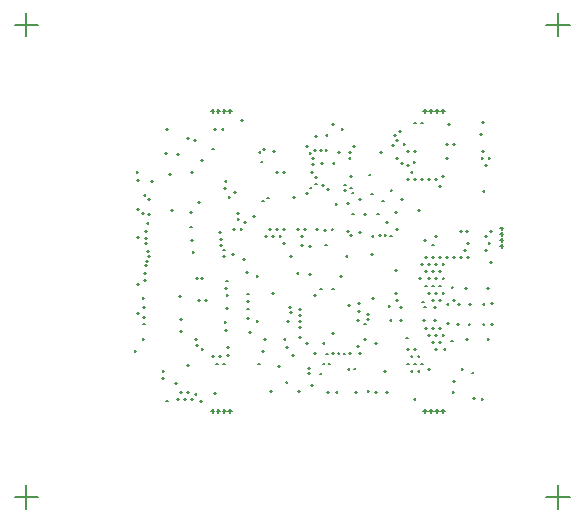
<source format=gbr>
%TF.GenerationSoftware,Altium Limited,Altium Designer,25.2.1 (25)*%
G04 Layer_Color=128*
%FSLAX45Y45*%
%MOMM*%
%TF.SameCoordinates,B7DAEB1B-2A83-4E2F-BFC4-A44EEF3E448A*%
%TF.FilePolarity,Positive*%
%TF.FileFunction,Drillmap*%
%TF.Part,CustomerPanel*%
G01*
G75*
%TA.AperFunction,NonConductor*%
%ADD173C,0.12700*%
D173*
X4900000Y500000D02*
X5100000D01*
X5000000Y400000D02*
Y600000D01*
X4900000Y4500000D02*
X5100000D01*
X5000000Y4400000D02*
Y4600000D01*
X400000Y4500000D02*
X600000D01*
X500000Y4400000D02*
Y4600000D01*
X400000Y500000D02*
X600000D01*
X500000Y400000D02*
Y600000D01*
X2060000Y1230000D02*
X2090000D01*
X2075000Y1215000D02*
Y1245000D01*
X2210000Y1230000D02*
X2240000D01*
X2225000Y1215000D02*
Y1245000D01*
X2160000Y1230000D02*
X2190000D01*
X2175000Y1215000D02*
Y1245000D01*
X2110000Y1230000D02*
X2140000D01*
X2125000Y1215000D02*
Y1245000D01*
X3860000Y1230000D02*
X3890000D01*
X3875000Y1215000D02*
Y1245000D01*
X4010000Y1230000D02*
X4040000D01*
X4025000Y1215000D02*
Y1245000D01*
X3960000Y1230000D02*
X3990000D01*
X3975000Y1215000D02*
Y1245000D01*
X3910000Y1230000D02*
X3940000D01*
X3925000Y1215000D02*
Y1245000D01*
X4507000Y2625000D02*
X4537000D01*
X4522000Y2610000D02*
Y2640000D01*
X4507000Y2775000D02*
X4537000D01*
X4522000Y2760000D02*
Y2790000D01*
X4507000Y2725000D02*
X4537000D01*
X4522000Y2710000D02*
Y2740000D01*
X4507000Y2675000D02*
X4537000D01*
X4522000Y2660000D02*
Y2690000D01*
X4010000Y3770000D02*
X4040000D01*
X4025000Y3755000D02*
Y3785000D01*
X3860000Y3770000D02*
X3890000D01*
X3875000Y3755000D02*
Y3785000D01*
X3910000Y3770000D02*
X3940000D01*
X3925000Y3755000D02*
Y3785000D01*
X3960000Y3770000D02*
X3990000D01*
X3975000Y3755000D02*
Y3785000D01*
X2160000Y3770000D02*
X2190000D01*
X2175000Y3755000D02*
Y3785000D01*
X2110000Y3770000D02*
X2140000D01*
X2125000Y3755000D02*
Y3785000D01*
X2060000Y3770000D02*
X2090000D01*
X2075000Y3755000D02*
Y3785000D01*
X2210000Y3770000D02*
X2240000D01*
X2225000Y3755000D02*
Y3785000D01*
X3252783Y3077149D02*
X3267783D01*
X3260283Y3069649D02*
Y3084649D01*
X3187228Y3097267D02*
X3202227D01*
X3194727Y3089767D02*
Y3104766D01*
X2897130Y3410062D02*
X2912130D01*
X2904630Y3402562D02*
Y3417562D01*
X2932232Y3438383D02*
X2947232D01*
X2939732Y3430883D02*
Y3445883D01*
X2983257Y3437807D02*
X2998256D01*
X2990757Y3430307D02*
Y3445307D01*
X3032273Y3437807D02*
X3047273D01*
X3039773Y3430307D02*
Y3445307D01*
X2915128Y3365968D02*
X2930128D01*
X2922628Y3358469D02*
Y3373468D01*
X2916686Y3320856D02*
X2931686D01*
X2924186Y3313357D02*
Y3328356D01*
X2912499Y3250139D02*
X2927498D01*
X2919998Y3242639D02*
Y3257638D01*
X2940862Y3207988D02*
X2955862D01*
X2948362Y3200488D02*
Y3215488D01*
X3001609Y3144349D02*
X3016609D01*
X3009109Y3136849D02*
Y3151848D01*
X2941875Y3153750D02*
X2956874D01*
X2949375Y3146250D02*
Y3161250D01*
X3116641Y2979080D02*
X3131641D01*
X3124141Y2971580D02*
Y2986580D01*
X3397499Y3229996D02*
X3412498D01*
X3404999Y3222496D02*
Y3237495D01*
X3237499Y3219996D02*
X3252498D01*
X3244999Y3212496D02*
Y3227495D01*
X3237499Y3119996D02*
X3252498D01*
X3244999Y3112496D02*
Y3127496D01*
X3227499Y3369996D02*
X3242498D01*
X3234999Y3362496D02*
Y3377495D01*
X3232499Y3419996D02*
X3247498D01*
X3239999Y3412496D02*
Y3427496D01*
X3359832Y1839870D02*
X3374832D01*
X3367332Y1832370D02*
Y1847370D01*
X3234680Y1714972D02*
X3249680D01*
X3242180Y1707472D02*
Y1722472D01*
X3184689Y1714871D02*
X3199688D01*
X3192188Y1707371D02*
Y1722371D01*
X3134822Y1715067D02*
X3149822D01*
X3142322Y1707567D02*
Y1722567D01*
X3034799Y1714901D02*
X3049799D01*
X3042299Y1707401D02*
Y1722401D01*
X2809554Y1939884D02*
X2824553D01*
X2817054Y1932384D02*
Y1947384D01*
X2809666Y2090047D02*
X2824666D01*
X2817166Y2082547D02*
Y2097547D01*
X3084710Y2264865D02*
X3099710D01*
X3092210Y2257366D02*
Y2272365D01*
X2984681Y2264865D02*
X2999680D01*
X2992180Y2257366D02*
Y2272365D01*
X4412492Y3369991D02*
X4427492D01*
X4419992Y3362491D02*
Y3377491D01*
X4412492Y2649993D02*
X4427492D01*
X4419992Y2642493D02*
Y2657493D01*
X4352492Y3369991D02*
X4367492D01*
X4359992Y3362491D02*
Y3377491D01*
X4382492Y3309991D02*
X4397492D01*
X4389992Y3302491D02*
Y3317491D01*
X4382492Y2709993D02*
X4397492D01*
X4389992Y2702493D02*
Y2717492D01*
X4382492Y2589993D02*
X4397492D01*
X4389992Y2582493D02*
Y2597493D01*
X4352492Y1329995D02*
X4367492D01*
X4359992Y1322495D02*
Y1337495D01*
X4232492Y2649993D02*
X4247492D01*
X4239992Y2642493D02*
Y2657493D01*
X4232492Y2529993D02*
X4247492D01*
X4239992Y2522493D02*
Y2537493D01*
X4202492Y2589993D02*
X4217492D01*
X4209992Y2582493D02*
Y2597493D01*
X4172492Y2529993D02*
X4187492D01*
X4179992Y2522493D02*
Y2537493D01*
X4112492Y3489991D02*
X4127492D01*
X4119992Y3482491D02*
Y3497491D01*
X4112492Y2529993D02*
X4127492D01*
X4119992Y2522493D02*
Y2537493D01*
X4112492Y2169994D02*
X4127492D01*
X4119992Y2162494D02*
Y2177493D01*
X4052493Y3489991D02*
X4067492D01*
X4059992Y3482491D02*
Y3497491D01*
X4052493Y3369991D02*
X4067492D01*
X4059992Y3362491D02*
Y3377491D01*
X4052493Y2529993D02*
X4067492D01*
X4059992Y2522493D02*
Y2537493D01*
X3992493Y3129992D02*
X4007492D01*
X3999993Y3122492D02*
Y3137492D01*
X3992493Y2529993D02*
X4007492D01*
X3999993Y2522493D02*
Y2537493D01*
X4022493Y2469993D02*
X4037492D01*
X4029992Y2462493D02*
Y2477493D01*
X3992493Y2409993D02*
X4007492D01*
X3999993Y2402493D02*
Y2417493D01*
X3992493Y2289993D02*
X4007492D01*
X3999993Y2282494D02*
Y2297493D01*
X4022493Y2229994D02*
X4037492D01*
X4029992Y2222494D02*
Y2237493D01*
X3992493Y2169994D02*
X4007492D01*
X3999993Y2162494D02*
Y2177493D01*
X3992493Y1929994D02*
X4007492D01*
X3999993Y1922494D02*
Y1937494D01*
X4022493Y1869994D02*
X4037492D01*
X4029992Y1862494D02*
Y1877494D01*
X3992493Y1809994D02*
X4007492D01*
X3999993Y1802494D02*
Y1817494D01*
X3962493Y3189992D02*
X3977492D01*
X3969993Y3182492D02*
Y3197491D01*
X3932493Y2529993D02*
X3947492D01*
X3939993Y2522493D02*
Y2537493D01*
X3962493Y2469993D02*
X3977492D01*
X3969993Y2462493D02*
Y2477493D01*
X3932493Y2409993D02*
X3947492D01*
X3939993Y2402493D02*
Y2417493D01*
X3962493Y2349993D02*
X3977492D01*
X3969993Y2342493D02*
Y2357493D01*
X3932493Y2289993D02*
X3947492D01*
X3939993Y2282494D02*
Y2297493D01*
X3962493Y2229994D02*
X3977492D01*
X3969993Y2222494D02*
Y2237493D01*
X3932493Y2169994D02*
X3947492D01*
X3939993Y2162494D02*
Y2177493D01*
X3932493Y1929994D02*
X3947492D01*
X3939993Y1922494D02*
Y1937494D01*
X3962493Y1869994D02*
X3977492D01*
X3969993Y1862494D02*
Y1877494D01*
X3932493Y1809994D02*
X3947492D01*
X3939993Y1802494D02*
Y1817494D01*
X3962493Y1749994D02*
X3977492D01*
X3969993Y1742495D02*
Y1757494D01*
X3902493Y3189992D02*
X3917493D01*
X3909993Y3182492D02*
Y3197491D01*
X3872493Y2529993D02*
X3887493D01*
X3879993Y2522493D02*
Y2537493D01*
X3902493Y2469993D02*
X3917493D01*
X3909993Y2462493D02*
Y2477493D01*
X3872493Y2409993D02*
X3887493D01*
X3879993Y2402493D02*
Y2417493D01*
X3902493Y2349993D02*
X3917493D01*
X3909993Y2342493D02*
Y2357493D01*
X3872493Y2289993D02*
X3887493D01*
X3879993Y2282494D02*
Y2297493D01*
X3902493Y2229994D02*
X3917493D01*
X3909993Y2222494D02*
Y2237493D01*
X3872493Y1929994D02*
X3887493D01*
X3879993Y1922494D02*
Y1937494D01*
X3902493Y1869994D02*
X3917493D01*
X3909993Y1862494D02*
Y1877494D01*
X3842493Y3669991D02*
X3857493D01*
X3849993Y3662491D02*
Y3677490D01*
X3842493Y3189992D02*
X3857493D01*
X3849993Y3182492D02*
Y3197491D01*
X3842493Y2469993D02*
X3857493D01*
X3849993Y2462493D02*
Y2477493D01*
X3812493Y1689995D02*
X3827493D01*
X3819993Y1682495D02*
Y1697494D01*
X3842493Y1629995D02*
X3857493D01*
X3849993Y1622495D02*
Y1637495D01*
X3812493Y1569995D02*
X3827493D01*
X3819993Y1562495D02*
Y1577495D01*
X3782493Y3669991D02*
X3797493D01*
X3789993Y3662491D02*
Y3677490D01*
X3782493Y3429991D02*
X3797493D01*
X3789993Y3422491D02*
Y3437491D01*
X3752493Y3249991D02*
X3767493D01*
X3759993Y3242492D02*
Y3257491D01*
X3782493Y3189992D02*
X3797493D01*
X3789993Y3182492D02*
Y3197491D01*
X3782493Y1749994D02*
X3797493D01*
X3789993Y1742495D02*
Y1757494D01*
X3752493Y1689995D02*
X3767493D01*
X3759993Y1682495D02*
Y1697494D01*
X3782493Y1629995D02*
X3797493D01*
X3789993Y1622495D02*
Y1637495D01*
X3752493Y1569995D02*
X3767493D01*
X3759993Y1562495D02*
Y1577495D01*
X3692493Y3489991D02*
X3707493D01*
X3699993Y3482491D02*
Y3497491D01*
X3722493Y3429991D02*
X3737493D01*
X3729993Y3422491D02*
Y3437491D01*
X3722493Y3309991D02*
X3737493D01*
X3729993Y3302491D02*
Y3317491D01*
X3722493Y3189992D02*
X3737493D01*
X3729993Y3182492D02*
Y3197491D01*
X3722493Y1749994D02*
X3737493D01*
X3729993Y1742495D02*
Y1757494D01*
X3722493Y1629995D02*
X3737493D01*
X3729993Y1622495D02*
Y1637495D01*
X3632493Y3369991D02*
X3647493D01*
X3639993Y3362491D02*
Y3377491D01*
X3632493Y2769992D02*
X3647493D01*
X3639993Y2762493D02*
Y2777492D01*
X3632493Y2169994D02*
X3647493D01*
X3639993Y2162494D02*
Y2177493D01*
X3512494Y3009992D02*
X3527493D01*
X3519993Y3002492D02*
Y3017492D01*
X3542494Y2829992D02*
X3557493D01*
X3549993Y2822492D02*
Y2837492D01*
X3422494Y2709993D02*
X3437494D01*
X3429994Y2702493D02*
Y2717492D01*
X2852495Y2769992D02*
X2867495D01*
X2859995Y2762493D02*
Y2777492D01*
X2792495Y2769992D02*
X2807495D01*
X2799995Y2762493D02*
Y2777492D01*
X2822495Y2709993D02*
X2837495D01*
X2829995Y2702493D02*
Y2717492D01*
X2672495Y3249991D02*
X2687495D01*
X2679995Y3242492D02*
Y3257491D01*
X2672495Y2769992D02*
X2687495D01*
X2679995Y2762493D02*
Y2777492D01*
X2672495Y2649993D02*
X2687495D01*
X2679995Y2642493D02*
Y2657493D01*
X2612495Y3249991D02*
X2627495D01*
X2619995Y3242492D02*
Y3257491D01*
X2612495Y2769992D02*
X2627495D01*
X2619995Y2762493D02*
Y2777492D01*
X2642495Y2709993D02*
X2657495D01*
X2649995Y2702493D02*
Y2717492D01*
X2552496Y2769992D02*
X2567495D01*
X2559995Y2762493D02*
Y2777492D01*
X2582495Y2709993D02*
X2597495D01*
X2589995Y2702493D02*
Y2717492D01*
X2582495Y2229994D02*
X2597495D01*
X2589995Y2222494D02*
Y2237493D01*
X2492496Y3009992D02*
X2507495D01*
X2499996Y3002492D02*
Y3017492D01*
X2522496Y2709993D02*
X2537495D01*
X2529995Y2702493D02*
Y2717492D01*
X2462496Y1629995D02*
X2477495D01*
X2469996Y1622495D02*
Y1637495D01*
X2342496Y2829992D02*
X2357496D01*
X2349996Y2822492D02*
Y2837492D01*
X2312496Y2769992D02*
X2327496D01*
X2319996Y2762493D02*
Y2777492D01*
X2252496Y2769992D02*
X2267496D01*
X2259996Y2762493D02*
Y2777492D01*
X2132496Y1689995D02*
X2147496D01*
X2139996Y1682495D02*
Y1697494D01*
X2162496Y1629995D02*
X2177496D01*
X2169996Y1622495D02*
Y1637495D01*
X2072496Y1689995D02*
X2087496D01*
X2079996Y1682495D02*
Y1697494D01*
X2102496Y1629995D02*
X2117496D01*
X2109996Y1622495D02*
Y1637495D01*
X2012497Y2169994D02*
X2027496D01*
X2019996Y2162494D02*
Y2177493D01*
X1952497Y2169994D02*
X1967496D01*
X1959997Y2162494D02*
Y2177493D01*
X1982497Y1749994D02*
X1997496D01*
X1989997Y1742495D02*
Y1757494D01*
X1892497Y3249991D02*
X1907497D01*
X1899997Y3242492D02*
Y3257491D01*
X1892497Y1329995D02*
X1907497D01*
X1899997Y1322495D02*
Y1337495D01*
X1862497Y1389995D02*
X1877497D01*
X1869997Y1382495D02*
Y1397495D01*
X1832497Y1329995D02*
X1847497D01*
X1839997Y1322495D02*
Y1337495D01*
X1802497Y1389995D02*
X1817497D01*
X1809997Y1382495D02*
Y1397495D01*
X1772497Y1329995D02*
X1787497D01*
X1779997Y1322495D02*
Y1337495D01*
X1652497Y1569995D02*
X1667497D01*
X1659997Y1562495D02*
Y1577495D01*
X4183376Y1586751D02*
X4198376D01*
X4190876Y1579252D02*
Y1594251D01*
X4269716Y1553782D02*
X4284716D01*
X4277216Y1546282D02*
Y1561282D01*
X4400020Y2267657D02*
X4415020D01*
X4407520Y2260157D02*
Y2275156D01*
X4212929Y2266070D02*
X4227928D01*
X4220428Y2258570D02*
Y2273569D01*
X4220673Y1834177D02*
X4235673D01*
X4228173Y1826677D02*
Y1841677D01*
X4032499Y1749996D02*
X4047498D01*
X4039999Y1742496D02*
Y1757496D01*
X4022499Y2349996D02*
X4037498D01*
X4029999Y2342496D02*
Y2357495D01*
X1414949Y1733963D02*
X1429948D01*
X1422449Y1726463D02*
Y1741463D01*
X1436053Y2060972D02*
X1451053D01*
X1443553Y2053472D02*
Y2068472D01*
X1436488Y2300299D02*
X1451488D01*
X1443988Y2292800D02*
Y2307799D01*
X1436488Y2700411D02*
X1451488D01*
X1443988Y2692911D02*
Y2707911D01*
X1437499Y2939996D02*
X1452498D01*
X1444999Y2932496D02*
Y2947496D01*
X1431919Y3254396D02*
X1446919D01*
X1439419Y3246896D02*
Y3261895D01*
X1482499Y1839996D02*
X1497498D01*
X1489999Y1832496D02*
Y1847495D01*
X2178840Y1915663D02*
X2193840D01*
X2186340Y1908163D02*
Y1923163D01*
X2072499Y3449996D02*
X2087498D01*
X2079999Y3442496D02*
Y3457495D01*
X2177880Y3174614D02*
X2192879D01*
X2185379Y3167115D02*
Y3182114D01*
X2174863Y3118263D02*
X2189863D01*
X2182363Y3110763D02*
Y3125763D01*
X2211183Y3037029D02*
X2226182D01*
X2218683Y3029529D02*
Y3044529D01*
X2257499Y3079996D02*
X2272498D01*
X2264999Y3072496D02*
Y3087495D01*
X1952499Y2998204D02*
X1967498D01*
X1959998Y2990704D02*
Y3005704D01*
X2134085Y2739996D02*
X2149085D01*
X2141585Y2732496D02*
Y2747496D01*
X2137499Y2634996D02*
X2152498D01*
X2144999Y2627496D02*
Y2642496D01*
X2140729Y2681765D02*
X2155729D01*
X2148229Y2674265D02*
Y2689265D01*
X2465780Y3423624D02*
X2480780D01*
X2473280Y3416124D02*
Y3431124D01*
X2482499Y3339996D02*
X2497498D01*
X2489999Y3332496D02*
Y3347495D01*
X2316010Y3691896D02*
X2331010D01*
X2323510Y3684396D02*
Y3699395D01*
X2500443Y3448592D02*
X2515443D01*
X2507943Y3441092D02*
Y3456092D01*
X1882498Y2909996D02*
X1897498D01*
X1889998Y2902496D02*
Y2917496D01*
X1477499Y2904996D02*
X1492498D01*
X1484999Y2897496D02*
Y2912496D01*
X2189006Y2101087D02*
X2204005D01*
X2196506Y2093587D02*
Y2108587D01*
X2164341Y2536411D02*
X2179341D01*
X2171841Y2528911D02*
Y2543911D01*
X2167499Y2594996D02*
X2182498D01*
X2174998Y2587496D02*
Y2602495D01*
X2417499Y2874996D02*
X2432498D01*
X2424998Y2867496D02*
Y2882496D01*
X1937501Y2354790D02*
X1952500D01*
X1945000Y2347290D02*
Y2362289D01*
X1979998Y2354341D02*
X1994998D01*
X1987498Y2346841D02*
Y2361841D01*
X1532219Y2540689D02*
X1547219D01*
X1539719Y2533189D02*
Y2548189D01*
X1506563Y2650931D02*
X1521563D01*
X1514063Y2643431D02*
Y2658431D01*
X1887870Y2789996D02*
X1902869D01*
X1895370Y2782496D02*
Y2797496D01*
X1891607Y2674996D02*
X1906607D01*
X1899107Y2667497D02*
Y2682496D01*
X1502499Y2754996D02*
X1517498D01*
X1509999Y2747496D02*
Y2762496D01*
X2589590Y3429020D02*
X2604590D01*
X2597090Y3421520D02*
Y3436520D01*
X3033012Y3567937D02*
X3048012D01*
X3040512Y3560437D02*
Y3575437D01*
X3317230Y2744802D02*
X3332229D01*
X3324729Y2737303D02*
Y2752302D01*
X2509610Y1834998D02*
X2524609D01*
X2517110Y1827498D02*
Y1842498D01*
X3280964Y1389625D02*
X3295964D01*
X3288464Y1382126D02*
Y1397125D01*
X2703421Y1992049D02*
X2718421D01*
X2710921Y1984549D02*
Y1999549D01*
X2732495Y2062049D02*
X2747495D01*
X2739995Y2054550D02*
Y2069549D01*
X3382814Y2005222D02*
X3397814D01*
X3390314Y1997722D02*
Y2012722D01*
X3302499Y1999996D02*
X3317498D01*
X3309998Y1992496D02*
Y2007496D01*
X3531217Y2715461D02*
X3546217D01*
X3538717Y2707961D02*
Y2722961D01*
X3487499Y2714996D02*
X3502498D01*
X3494999Y2707496D02*
Y2722495D01*
X2284116Y2901110D02*
X2299115D01*
X2291615Y2893610D02*
Y2908610D01*
X2997472Y3327467D02*
X3012472D01*
X3004972Y3319967D02*
Y3334967D01*
X1861913Y1619411D02*
X1876913D01*
X1869413Y1611911D02*
Y1626910D01*
X1797926Y1903606D02*
X1812926D01*
X1805426Y1896106D02*
Y1911106D01*
X1502446Y2694943D02*
X1517446D01*
X1509946Y2687443D02*
Y2702443D01*
X1489998Y1968177D02*
X1504998D01*
X1497498Y1960677D02*
Y1975677D01*
X3048141Y1390596D02*
X3063141D01*
X3055641Y1383096D02*
Y1398096D01*
X2632499Y1608814D02*
X2647498D01*
X2639999Y1601314D02*
Y1616314D01*
X2883841Y1546338D02*
X2898841D01*
X2891341Y1538838D02*
Y1553838D01*
X3317607Y3018926D02*
X3332606D01*
X3325106Y3011426D02*
Y3026426D01*
X3778016Y1331978D02*
X3793016D01*
X3785516Y1324478D02*
Y1339477D01*
X3242494Y2714993D02*
X3257494D01*
X3249994Y2707493D02*
Y2722492D01*
X3085770Y3657496D02*
X3100770D01*
X3093270Y3649996D02*
Y3664995D01*
X2152500Y3617496D02*
X2167500D01*
X2160000Y3609996D02*
Y3624996D01*
X2087587Y3616639D02*
X2102586D01*
X2095086Y3609139D02*
Y3624139D01*
X1857420Y3539922D02*
X1872419D01*
X1864920Y3532422D02*
Y3547421D01*
X1937499Y1784996D02*
X1952498D01*
X1944998Y1777496D02*
Y1792496D01*
X1927499Y1834996D02*
X1942498D01*
X1934998Y1827496D02*
Y1842495D01*
X1650597Y1508257D02*
X1665597D01*
X1658097Y1500757D02*
Y1515757D01*
X1757499Y1464996D02*
X1772498D01*
X1764999Y1457496D02*
Y1472495D01*
X2757499Y3039996D02*
X2772498D01*
X2764999Y3032496D02*
Y3047496D01*
X1977499Y3354996D02*
X1992498D01*
X1984999Y3347496D02*
Y3362495D01*
X1918261Y3525761D02*
X1933261D01*
X1925761Y3518261D02*
Y3533260D01*
X2538600Y3035462D02*
X2553600D01*
X2546100Y3027962D02*
Y3042962D01*
X3358156Y2898630D02*
X3373156D01*
X3365656Y2891130D02*
Y2906130D01*
X3574935Y1996929D02*
X3589935D01*
X3582435Y1989429D02*
Y2004429D01*
X3565247Y2114660D02*
X3580247D01*
X3572747Y2107160D02*
Y2122160D01*
X3307499Y2139996D02*
X3322498D01*
X3314998Y2132496D02*
Y2147496D01*
X3307499Y2074996D02*
X3322498D01*
X3314998Y2067496D02*
Y2082495D01*
X2867499Y1804996D02*
X2882498D01*
X2874999Y1797496D02*
Y1812495D01*
X3087499Y1884996D02*
X3102498D01*
X3094998Y1877496D02*
Y1892496D01*
X3007499Y1804996D02*
X3022498D01*
X3014999Y1797496D02*
Y1812495D01*
X3302499Y1774996D02*
X3317498D01*
X3309998Y1767496D02*
Y1782496D01*
X3220602Y2127116D02*
X3235602D01*
X3228102Y2119616D02*
Y2134616D01*
X3662499Y1999996D02*
X3677498D01*
X3669999Y1992496D02*
Y2007496D01*
X3851247Y2154607D02*
X3866247D01*
X3858747Y2147107D02*
Y2162106D01*
X2367516Y2016792D02*
X2382515D01*
X2375016Y2009292D02*
Y2024292D01*
X2197499Y1699996D02*
X2212498D01*
X2204998Y1692496D02*
Y1707495D01*
X3897499Y1584996D02*
X3912498D01*
X3904999Y1577496D02*
Y1592495D01*
X2867499Y3469994D02*
X2882499D01*
X2874999Y3462494D02*
Y3477493D01*
X2201192Y1769817D02*
X2216192D01*
X2208692Y1762317D02*
Y1777317D01*
X1722454Y2927121D02*
X1737454D01*
X1729954Y2919621D02*
Y2934621D01*
X1924243Y1371125D02*
X1939243D01*
X1931743Y1363625D02*
Y1378625D01*
X4107499Y1389996D02*
X4122498D01*
X4114998Y1382496D02*
Y1397496D01*
X4112499Y1479996D02*
X4127498D01*
X4119998Y1472496D02*
Y1487496D01*
X2722495Y2104994D02*
X2737495D01*
X2729995Y2097494D02*
Y2112494D01*
X4282499Y1334996D02*
X4297498D01*
X4289999Y1327496D02*
Y1342495D01*
X3662499Y2109996D02*
X3677498D01*
X3669999Y2102496D02*
Y2117496D01*
X3864792Y2111888D02*
X3879792D01*
X3872292Y2104388D02*
Y2119387D01*
X3951851Y2109030D02*
X3966851D01*
X3959351Y2101530D02*
Y2116530D01*
X3855458Y1995111D02*
X3870458D01*
X3862958Y1987611D02*
Y2002611D01*
X3952804Y2000635D02*
X3967803D01*
X3960303Y1993135D02*
Y2008135D01*
X4242550Y1961055D02*
X4257550D01*
X4250050Y1953555D02*
Y1968555D01*
X4147550Y1961055D02*
X4162550D01*
X4155050Y1953555D02*
Y1968555D01*
X4157550Y2136055D02*
X4172550D01*
X4165050Y2128556D02*
Y2143555D01*
X4247550Y2136055D02*
X4262550D01*
X4255050Y2128556D02*
Y2143555D01*
X4362550Y2136055D02*
X4377550D01*
X4370050Y2128556D02*
Y2143555D01*
X4362550Y1961055D02*
X4377550D01*
X4370050Y1953555D02*
Y1968555D01*
X4062550Y1971055D02*
X4077550D01*
X4070050Y1963555D02*
Y1978555D01*
X4057550Y2136055D02*
X4072550D01*
X4065050Y2128556D02*
Y2143555D01*
X4432550Y2141055D02*
X4447550D01*
X4440050Y2133556D02*
Y2148555D01*
X4432550Y1961055D02*
X4447550D01*
X4440050Y1953555D02*
Y1968555D01*
X4427550Y2486055D02*
X4442550D01*
X4435050Y2478556D02*
Y2493555D01*
X4427550Y2751055D02*
X4442550D01*
X4435050Y2743556D02*
Y2758555D01*
X4357550Y3671055D02*
X4372550D01*
X4365050Y3663556D02*
Y3678555D01*
X1682550Y1316055D02*
X1697550D01*
X1690050Y1308555D02*
Y1323555D01*
X1967550Y1311055D02*
X1982550D01*
X1975050Y1303555D02*
Y1318555D01*
X2333699Y2513125D02*
X2348699D01*
X2341199Y2505625D02*
Y2520624D01*
X3658115Y3601681D02*
X3673115D01*
X3665615Y3594181D02*
Y3609181D01*
X2694203Y1469851D02*
X2709202D01*
X2701702Y1462351D02*
Y1477350D01*
X2562499Y1397496D02*
X2577498D01*
X2569998Y1389996D02*
Y1404995D01*
X2086066Y1382235D02*
X2101065D01*
X2093566Y1374735D02*
Y1389735D01*
X1794034Y2204771D02*
X1809034D01*
X1801534Y2197271D02*
Y2212271D01*
X2244265Y2553228D02*
X2259265D01*
X2251765Y2545728D02*
Y2560727D01*
X2194259Y2209360D02*
X2209259D01*
X2201759Y2201860D02*
Y2216859D01*
X2190739Y2332731D02*
X2205739D01*
X2198239Y2325232D02*
Y2340231D01*
X2184201Y2269968D02*
X2199201D01*
X2191701Y2262468D02*
Y2277468D01*
X3416400Y3069284D02*
X3431400D01*
X3423900Y3061784D02*
Y3076784D01*
X3257499Y2899996D02*
X3272498D01*
X3264999Y2892496D02*
Y2907496D01*
X3467499Y2899996D02*
X3482498D01*
X3474998Y2892496D02*
Y2907496D01*
X1905772Y2574996D02*
X1920772D01*
X1913272Y2567496D02*
Y2582495D01*
X2177499Y1981726D02*
X2192498D01*
X2184998Y1974226D02*
Y1989225D01*
X1802499Y2004996D02*
X1817498D01*
X1809998Y1997496D02*
Y2012496D01*
X3157009Y2367952D02*
X3172009D01*
X3164509Y2360452D02*
Y2375452D01*
X3825079Y2355790D02*
X3840079D01*
X3832579Y2348290D02*
Y2363290D01*
X3672603Y3327045D02*
X3687602D01*
X3680102Y3319546D02*
Y3334545D01*
X3672499Y3019996D02*
X3687498D01*
X3679998Y3012496D02*
Y3027496D01*
X4403507Y1834407D02*
X4418507D01*
X4411007Y1826907D02*
Y1841907D01*
X4093507Y1824407D02*
X4108507D01*
X4101007Y1816907D02*
Y1831907D01*
X4098507Y2274407D02*
X4113507D01*
X4106007Y2266907D02*
Y2281907D01*
X3427003Y2185785D02*
X3442003D01*
X3434503Y2178285D02*
Y2193285D01*
X2892499Y2389996D02*
X2907498D01*
X2899999Y2382496D02*
Y2397496D01*
X2934526Y2211607D02*
X2949525D01*
X2942026Y2204108D02*
Y2219107D01*
X4362761Y3088045D02*
X4377761D01*
X4370261Y3080545D02*
Y3095545D01*
X4016988Y3217666D02*
X4031987D01*
X4024488Y3210166D02*
Y3225166D01*
X2751934Y1701216D02*
X2766934D01*
X2759434Y1693716D02*
Y1708716D01*
X2882499Y1589996D02*
X2897498D01*
X2889999Y1582496D02*
Y1597495D01*
X2982499Y1544996D02*
X2997498D01*
X2989999Y1537496D02*
Y1552495D01*
X2787499Y2399329D02*
X2802499D01*
X2794999Y2391830D02*
Y2406829D01*
X2822499Y2629996D02*
X2837498D01*
X2829998Y2622496D02*
Y2637496D01*
X1674999Y3414996D02*
X1689998D01*
X1682499Y3407496D02*
Y3422496D01*
X1777073Y3403281D02*
X1792073D01*
X1784573Y3395781D02*
Y3410781D01*
X3167499Y3614996D02*
X3182498D01*
X3174998Y3607496D02*
Y3622495D01*
X3217499Y2989996D02*
X3232498D01*
X3224999Y2982496D02*
Y2997495D01*
X3202499Y2539996D02*
X3217498D01*
X3209998Y2532496D02*
Y2547496D01*
X3612502Y3565881D02*
X3627501D01*
X3620001Y3558381D02*
Y3573380D01*
X3627499Y3519996D02*
X3642498D01*
X3634999Y3512496D02*
Y3527496D01*
X3592501Y3479998D02*
X3607501D01*
X3600001Y3472498D02*
Y3487497D01*
X3582499Y3094996D02*
X3597498D01*
X3589998Y3087496D02*
Y3102495D01*
X3494733Y3422763D02*
X3509733D01*
X3502233Y3415263D02*
Y3430263D01*
X4357235Y3431534D02*
X4372235D01*
X4364735Y3424034D02*
Y3439034D01*
X2732499Y2539996D02*
X2747498D01*
X2739999Y2532496D02*
Y2547496D01*
X3420989Y2558485D02*
X3435989D01*
X3428489Y2550985D02*
Y2565985D01*
X3031556Y2637496D02*
X3046555D01*
X3039055Y2629996D02*
Y2644995D01*
X3932499Y2637496D02*
X3947498D01*
X3939998Y2629996D02*
Y2644995D01*
X3867499Y2672496D02*
X3882498D01*
X3874999Y2664996D02*
Y2679996D01*
X3359999Y1968247D02*
X3374998D01*
X3367498Y1960747D02*
Y1975747D01*
X3622499Y2224996D02*
X3637498D01*
X3629999Y2217496D02*
Y2232495D01*
X3622501Y2419996D02*
X3637500D01*
X3630000Y2412496D02*
Y2427496D01*
X2447901Y2368692D02*
X2462900D01*
X2455400Y2361192D02*
Y2376192D01*
X2447855Y1987114D02*
X2462854D01*
X2455354Y1979615D02*
Y1994614D01*
X3117499Y1389996D02*
X3132498D01*
X3124999Y1382496D02*
Y1397496D01*
X3452499Y1384996D02*
X3467498D01*
X3459998Y1377496D02*
Y1392496D01*
X4072497Y3659995D02*
X4087497D01*
X4079997Y3652496D02*
Y3667495D01*
X4342499Y3571995D02*
X4357499D01*
X4349999Y3564495D02*
Y3579494D01*
X3777499Y3334996D02*
X3792498D01*
X3784999Y3327496D02*
Y3342495D01*
X3267970Y3470142D02*
X3282970D01*
X3275470Y3462642D02*
Y3477642D01*
X2867499Y3069994D02*
X2882499D01*
X2874999Y3062495D02*
Y3077494D01*
X2942499Y3554996D02*
X2957498D01*
X2949998Y3547496D02*
Y3562496D01*
X1682572Y3613332D02*
X1697572D01*
X1690072Y3605833D02*
Y3620832D01*
X1437712Y3181532D02*
X1452712D01*
X1445212Y3174032D02*
Y3189032D01*
X2677498Y1834998D02*
X2692498D01*
X2684998Y1827498D02*
Y1842498D01*
X4220638Y2753826D02*
X4235638D01*
X4228138Y2746326D02*
Y2761326D01*
X4172499Y2754996D02*
X4187498D01*
X4179998Y2747496D02*
Y2762496D01*
X3817499Y2929996D02*
X3832498D01*
X3824998Y2922496D02*
Y2937496D01*
X2892499Y2624996D02*
X2907498D01*
X2899999Y2617496D02*
Y2632496D01*
X3575512Y2713794D02*
X3590511D01*
X3583012Y2706294D02*
Y2721294D01*
X3217499Y2754996D02*
X3232498D01*
X3224999Y2747496D02*
Y2762496D01*
X3381863Y2049673D02*
X3396862D01*
X3389363Y2042173D02*
Y2057173D01*
X3189022Y3145666D02*
X3204021D01*
X3196521Y3138166D02*
Y3153166D01*
X3045056Y3104052D02*
X3060056D01*
X3052556Y3096552D02*
Y3111552D01*
X2797499Y1394996D02*
X2812498D01*
X2804998Y1387496D02*
Y1402496D01*
X3712499Y1849996D02*
X3727498D01*
X3719998Y1842496D02*
Y1857496D01*
X2496050Y1737030D02*
X2511050D01*
X2503550Y1729530D02*
Y1744530D01*
X3219242Y1580603D02*
X3234242D01*
X3226742Y1573103D02*
Y1588103D01*
X3270222Y1587004D02*
X3285222D01*
X3277722Y1579504D02*
Y1594504D01*
X3316698Y1715226D02*
X3331698D01*
X3324198Y1707726D02*
Y1722726D01*
X3084853Y1715020D02*
X3099853D01*
X3092353Y1707521D02*
Y1722520D01*
X3527499Y1564996D02*
X3542499D01*
X3534999Y1557496D02*
Y1572495D01*
X1487499Y2019996D02*
X1502498D01*
X1494999Y2012496D02*
Y2027496D01*
X1482677Y2183567D02*
X1497677D01*
X1490177Y2176067D02*
Y2191066D01*
X3057499Y1629996D02*
X3072499D01*
X3064999Y1622496D02*
Y1637496D01*
X3007499Y1629996D02*
X3022498D01*
X3014999Y1622496D02*
Y1637496D01*
X2937499Y1719996D02*
X2952499D01*
X2944999Y1712496D02*
Y1727495D01*
X2809999Y1990013D02*
X2824999D01*
X2817499Y1982513D02*
Y1997513D01*
X2907499Y1449996D02*
X2922499D01*
X2914999Y1442496D02*
Y1457495D01*
X2810035Y2040126D02*
X2825035D01*
X2817535Y2032626D02*
Y2047626D01*
X3622499Y2914996D02*
X3637498D01*
X3629999Y2907496D02*
Y2922496D01*
X3962499Y2709996D02*
X3977498D01*
X3969998Y2702496D02*
Y2717495D01*
X1707499Y3234996D02*
X1722498D01*
X1714999Y3227496D02*
Y3242495D01*
X3542499Y1391177D02*
X3557499D01*
X3549999Y1383677D02*
Y1398676D01*
X3387499Y1394996D02*
X3402498D01*
X3394999Y1387496D02*
Y1402496D01*
X2287499Y2854996D02*
X2302498D01*
X2294998Y2847496D02*
Y2862495D01*
X3092499Y3324996D02*
X3107498D01*
X3099999Y3317496D02*
Y3332495D01*
X2367499Y2094996D02*
X2382498D01*
X2374999Y2087496D02*
Y2102495D01*
X2367499Y2159996D02*
X2382498D01*
X2374999Y2152496D02*
Y2167496D01*
X1487499Y2104996D02*
X1502499D01*
X1494999Y2097496D02*
Y2112496D01*
X1497499Y2339996D02*
X1512498D01*
X1504999Y2332496D02*
Y2347495D01*
X1532498Y3019994D02*
X1547498D01*
X1539998Y3012495D02*
Y3027494D01*
X1517191Y2821227D02*
X1532190D01*
X1524691Y2813727D02*
Y2828727D01*
X1529164Y2893920D02*
X1544163D01*
X1536663Y2886420D02*
Y2901420D01*
X2357499Y2404996D02*
X2372498D01*
X2364999Y2397496D02*
Y2412496D01*
X2366143Y2222374D02*
X2381142D01*
X2373642Y2214874D02*
Y2229874D01*
X2387499Y1899996D02*
X2402498D01*
X2394999Y1892496D02*
Y1907496D01*
X1513056Y2501163D02*
X1528056D01*
X1520556Y2493664D02*
Y2508663D01*
X1502499Y2459996D02*
X1517498D01*
X1509999Y2452496D02*
Y2467495D01*
X1521119Y2584602D02*
X1536119D01*
X1528619Y2577103D02*
Y2592102D01*
X1495940Y2399667D02*
X1510940D01*
X1503440Y2392167D02*
Y2407167D01*
X2809278Y1854754D02*
X2824278D01*
X2816778Y1847255D02*
Y1862254D01*
X2696118Y1768395D02*
X2711118D01*
X2703618Y1760895D02*
Y1775895D01*
X1552499Y3174996D02*
X1567498D01*
X1559998Y3167496D02*
Y3182496D01*
X2952499Y2764996D02*
X2967498D01*
X2959998Y2757496D02*
Y2772496D01*
X3082499Y2764996D02*
X3097498D01*
X3089998Y2757496D02*
Y2772496D01*
X3017499Y2759996D02*
X3032498D01*
X3024999Y2752496D02*
Y2767496D01*
X3453655Y1807013D02*
X3468655D01*
X3461155Y1799513D02*
Y1814513D01*
X1492499Y3054996D02*
X1507498D01*
X1499999Y3047496D02*
Y3062496D01*
X2897499Y3119996D02*
X2912498D01*
X2904999Y3112496D02*
Y3127496D01*
X3137499Y3419996D02*
X3152498D01*
X3144999Y3412496D02*
Y3427496D01*
%TF.MD5,ba8d7bb55315c76e4774305a665edc59*%
M02*

</source>
